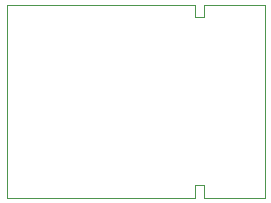
<source format=gm1>
G04 #@! TF.GenerationSoftware,KiCad,Pcbnew,(5.0.0-3-g5ebb6b6)*
G04 #@! TF.CreationDate,2018-09-01T16:23:46+02:00*
G04 #@! TF.ProjectId,nk-u2f,6E6B2D7532662E6B696361645F706362,R5*
G04 #@! TF.SameCoordinates,PX791ddc0PY5e69114*
G04 #@! TF.FileFunction,Profile,NP*
%FSLAX46Y46*%
G04 Gerber Fmt 4.6, Leading zero omitted, Abs format (unit mm)*
G04 Created by KiCad (PCBNEW (5.0.0-3-g5ebb6b6)) date Saturday, 01 September 2018 at 16:23:46*
%MOMM*%
%LPD*%
G01*
G04 APERTURE LIST*
%ADD10C,0.099060*%
G04 APERTURE END LIST*
D10*
X508000Y8128000D02*
X-1524000Y8128000D01*
X4350000Y-8103500D02*
X4350000Y-7103500D01*
X4350000Y-7103500D02*
X3650000Y-7103500D01*
X3650000Y-7103500D02*
X3650000Y-8103500D01*
X3650000Y-8153500D02*
X-12300000Y-8153500D01*
X4350000Y8096500D02*
X4350000Y7096500D01*
X4350000Y7096500D02*
X3650000Y7096500D01*
X3650000Y7096500D02*
X3650000Y8096500D01*
X3650000Y8121500D02*
X-12300000Y8121500D01*
X-11725000Y8121500D02*
X-11775000Y8121500D01*
X-12275000Y8121500D02*
X-12275000Y-8153500D01*
X-11775000Y-8153500D02*
X-11675000Y-8153500D01*
X-11775000Y-8153500D02*
X-11675000Y-8153500D01*
X-12275000Y8121500D02*
X-12275000Y-8153500D01*
X-11725000Y8121500D02*
X-11775000Y8121500D01*
X3650000Y8121500D02*
X-12300000Y8121500D01*
X3650000Y7096500D02*
X3650000Y8096500D01*
X4350000Y7096500D02*
X3650000Y7096500D01*
X4350000Y8096500D02*
X4350000Y7096500D01*
X3650000Y-8153500D02*
X-12300000Y-8153500D01*
X3650000Y-7103500D02*
X3650000Y-8103500D01*
X4350000Y-7103500D02*
X3650000Y-7103500D01*
X4350000Y-8103500D02*
X4350000Y-7103500D01*
X508000Y8128000D02*
X-1524000Y8128000D01*
X9499600Y-8128000D02*
X9499600Y8128000D01*
X4350000Y-8153500D02*
X9500000Y-8153500D01*
X4350000Y8121500D02*
X9500000Y8121500D01*
X4350000Y8121500D02*
X9500000Y8121500D01*
X4350000Y-8153500D02*
X9500000Y-8153500D01*
X9499600Y-8128000D02*
X9499600Y8128000D01*
M02*

</source>
